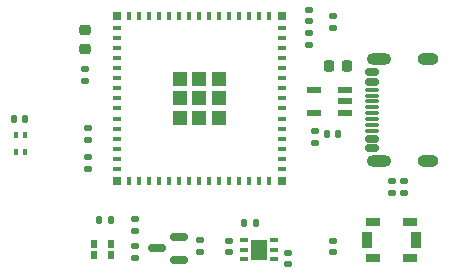
<source format=gbr>
%TF.GenerationSoftware,KiCad,Pcbnew,8.0.7*%
%TF.CreationDate,2025-10-25T23:35:46+02:00*%
%TF.ProjectId,VOCaware,564f4361-7761-4726-952e-6b696361645f,v1.0*%
%TF.SameCoordinates,Original*%
%TF.FileFunction,Paste,Top*%
%TF.FilePolarity,Positive*%
%FSLAX46Y46*%
G04 Gerber Fmt 4.6, Leading zero omitted, Abs format (unit mm)*
G04 Created by KiCad (PCBNEW 8.0.7) date 2025-10-25 23:35:46*
%MOMM*%
%LPD*%
G01*
G04 APERTURE LIST*
G04 Aperture macros list*
%AMRoundRect*
0 Rectangle with rounded corners*
0 $1 Rounding radius*
0 $2 $3 $4 $5 $6 $7 $8 $9 X,Y pos of 4 corners*
0 Add a 4 corners polygon primitive as box body*
4,1,4,$2,$3,$4,$5,$6,$7,$8,$9,$2,$3,0*
0 Add four circle primitives for the rounded corners*
1,1,$1+$1,$2,$3*
1,1,$1+$1,$4,$5*
1,1,$1+$1,$6,$7*
1,1,$1+$1,$8,$9*
0 Add four rect primitives between the rounded corners*
20,1,$1+$1,$2,$3,$4,$5,0*
20,1,$1+$1,$4,$5,$6,$7,0*
20,1,$1+$1,$6,$7,$8,$9,0*
20,1,$1+$1,$8,$9,$2,$3,0*%
G04 Aperture macros list end*
%ADD10RoundRect,0.140000X-0.170000X0.140000X-0.170000X-0.140000X0.170000X-0.140000X0.170000X0.140000X0*%
%ADD11RoundRect,0.140000X0.140000X0.170000X-0.140000X0.170000X-0.140000X-0.170000X0.140000X-0.170000X0*%
%ADD12RoundRect,0.135000X0.185000X-0.135000X0.185000X0.135000X-0.185000X0.135000X-0.185000X-0.135000X0*%
%ADD13RoundRect,0.140000X-0.140000X-0.170000X0.140000X-0.170000X0.140000X0.170000X-0.140000X0.170000X0*%
%ADD14RoundRect,0.135000X0.135000X0.185000X-0.135000X0.185000X-0.135000X-0.185000X0.135000X-0.185000X0*%
%ADD15RoundRect,0.150000X0.587500X0.150000X-0.587500X0.150000X-0.587500X-0.150000X0.587500X-0.150000X0*%
%ADD16R,0.750000X0.450000*%
%ADD17R,1.350000X1.740000*%
%ADD18RoundRect,0.225000X0.250000X-0.225000X0.250000X0.225000X-0.250000X0.225000X-0.250000X-0.225000X0*%
%ADD19RoundRect,0.135000X-0.185000X0.135000X-0.185000X-0.135000X0.185000X-0.135000X0.185000X0.135000X0*%
%ADD20RoundRect,0.150000X0.425000X-0.150000X0.425000X0.150000X-0.425000X0.150000X-0.425000X-0.150000X0*%
%ADD21RoundRect,0.075000X0.500000X-0.075000X0.500000X0.075000X-0.500000X0.075000X-0.500000X-0.075000X0*%
%ADD22O,2.100000X1.000000*%
%ADD23O,1.800000X1.000000*%
%ADD24R,1.150000X0.600000*%
%ADD25R,0.950000X1.400000*%
%ADD26R,1.150000X0.750000*%
%ADD27RoundRect,0.140000X0.170000X-0.140000X0.170000X0.140000X-0.170000X0.140000X-0.170000X-0.140000X0*%
%ADD28R,0.800000X0.400000*%
%ADD29R,0.400000X0.800000*%
%ADD30R,1.200000X1.200000*%
%ADD31R,0.800000X0.800000*%
%ADD32R,0.600000X0.700000*%
%ADD33RoundRect,0.218750X-0.218750X-0.256250X0.218750X-0.256250X0.218750X0.256250X-0.218750X0.256250X0*%
%ADD34R,0.300000X0.500000*%
G04 APERTURE END LIST*
D10*
%TO.C,C6*%
X121230000Y-72270000D03*
X121230000Y-73230000D03*
%TD*%
D11*
%TO.C,C10*%
X95210000Y-61980000D03*
X94250000Y-61980000D03*
%TD*%
D12*
%TO.C,R1*%
X126230000Y-68230000D03*
X126230000Y-67210000D03*
%TD*%
%TO.C,R7*%
X119230000Y-55740000D03*
X119230000Y-54720000D03*
%TD*%
D13*
%TO.C,C4*%
X120750000Y-63230000D03*
X121710000Y-63230000D03*
%TD*%
D12*
%TO.C,R3*%
X100480000Y-66240000D03*
X100480000Y-65220000D03*
%TD*%
D14*
%TO.C,R8*%
X114740000Y-70780000D03*
X113720000Y-70780000D03*
%TD*%
D10*
%TO.C,C9*%
X117480000Y-73300000D03*
X117480000Y-74260000D03*
%TD*%
D12*
%TO.C,R9*%
X104480000Y-71490000D03*
X104480000Y-70470000D03*
%TD*%
D15*
%TO.C,Q1*%
X108230000Y-73880000D03*
X108230000Y-71980000D03*
X106355000Y-72930000D03*
%TD*%
D16*
%TO.C,IC3*%
X113730000Y-72230000D03*
X113730000Y-73030000D03*
X113730000Y-73830000D03*
X116230000Y-73830000D03*
X116230000Y-73030000D03*
X116230000Y-72230000D03*
D17*
X114980000Y-73030000D03*
%TD*%
D12*
%TO.C,R2*%
X127230000Y-68230000D03*
X127230000Y-67210000D03*
%TD*%
D10*
%TO.C,C5*%
X119730000Y-63020000D03*
X119730000Y-63980000D03*
%TD*%
D18*
%TO.C,C1*%
X100230000Y-56005000D03*
X100230000Y-54455000D03*
%TD*%
D19*
%TO.C,R5*%
X100480000Y-62720000D03*
X100480000Y-63740000D03*
%TD*%
%TO.C,R11*%
X104480000Y-72720000D03*
X104480000Y-73740000D03*
%TD*%
D10*
%TO.C,C8*%
X112480000Y-72300000D03*
X112480000Y-73260000D03*
%TD*%
D20*
%TO.C,J1*%
X124550000Y-64430000D03*
X124550000Y-63630000D03*
D21*
X124550000Y-62480000D03*
X124550000Y-61480000D03*
X124550000Y-60980000D03*
X124550000Y-59980000D03*
D20*
X124550000Y-58830000D03*
X124550000Y-58030000D03*
X124550000Y-58030000D03*
X124550000Y-58830000D03*
D21*
X124550000Y-59480000D03*
X124550000Y-60480000D03*
X124550000Y-61980000D03*
X124550000Y-62980000D03*
D20*
X124550000Y-63630000D03*
X124550000Y-64430000D03*
D22*
X125125000Y-65550000D03*
D23*
X129305000Y-65550000D03*
D22*
X125125000Y-56910000D03*
D23*
X129305000Y-56910000D03*
%TD*%
D24*
%TO.C,IC2*%
X122280000Y-61430000D03*
X122280000Y-60480000D03*
X122280000Y-59530000D03*
X119680000Y-59530000D03*
X119680000Y-61430000D03*
%TD*%
D25*
%TO.C,RST   .*%
X128305000Y-72230000D03*
X124155000Y-72230000D03*
D26*
X127805000Y-70705000D03*
X124655000Y-70705000D03*
X124655000Y-73755000D03*
X127805000Y-73755000D03*
%TD*%
D10*
%TO.C,C2*%
X100230000Y-57750000D03*
X100230000Y-58710000D03*
%TD*%
D12*
%TO.C,R10*%
X109980000Y-73240000D03*
X109980000Y-72220000D03*
%TD*%
D27*
%TO.C,C3*%
X119230000Y-53710000D03*
X119230000Y-52750000D03*
%TD*%
%TO.C,C7*%
X121230000Y-54230000D03*
X121230000Y-53270000D03*
%TD*%
D28*
%TO.C,IC1*%
X102930000Y-54280000D03*
X102930000Y-55130000D03*
X102930000Y-55980000D03*
X102930000Y-56830000D03*
X102930000Y-57680000D03*
X102930000Y-58530000D03*
X102930000Y-59380000D03*
X102930000Y-60230000D03*
X102930000Y-61080000D03*
X102930000Y-61930000D03*
X102930000Y-62780000D03*
X102930000Y-63630000D03*
X102930000Y-64480000D03*
X102930000Y-65330000D03*
X102930000Y-66180000D03*
D29*
X103980000Y-67230000D03*
X104830000Y-67230000D03*
X105680000Y-67230000D03*
X106530000Y-67230000D03*
X107380000Y-67230000D03*
X108230000Y-67230000D03*
X109080000Y-67230000D03*
X109930000Y-67230000D03*
X110780000Y-67230000D03*
X111630000Y-67230000D03*
X112480000Y-67230000D03*
X113330000Y-67230000D03*
X114180000Y-67230000D03*
X115030000Y-67230000D03*
X115880000Y-67230000D03*
D28*
X116930000Y-66180000D03*
X116930000Y-65330000D03*
X116930000Y-64480000D03*
X116930000Y-63630000D03*
X116930000Y-62780000D03*
X116930000Y-61930000D03*
X116930000Y-61080000D03*
X116930000Y-60230000D03*
X116930000Y-59380000D03*
X116930000Y-58530000D03*
X116930000Y-57680000D03*
X116930000Y-56830000D03*
X116930000Y-55980000D03*
X116930000Y-55130000D03*
X116930000Y-54280000D03*
D29*
X115880000Y-53230000D03*
X115030000Y-53230000D03*
X114180000Y-53230000D03*
X113330000Y-53230000D03*
X112480000Y-53230000D03*
X111630000Y-53230000D03*
X110780000Y-53230000D03*
X109930000Y-53230000D03*
X109080000Y-53230000D03*
X108230000Y-53230000D03*
X107380000Y-53230000D03*
X106530000Y-53230000D03*
X105680000Y-53230000D03*
X104830000Y-53230000D03*
X103980000Y-53230000D03*
D30*
X109930000Y-60230000D03*
D31*
X102930000Y-53230000D03*
X102930000Y-67230000D03*
X116930000Y-67230000D03*
X116930000Y-53230000D03*
D30*
X108280000Y-58580000D03*
X108280000Y-60230000D03*
X108280000Y-61880000D03*
X109930000Y-61880000D03*
X111580000Y-61880000D03*
X111580000Y-60230000D03*
X111580000Y-58580000D03*
X109930000Y-58580000D03*
%TD*%
D32*
%TO.C,LED1*%
X102480000Y-72580000D03*
X100980000Y-72580000D03*
X100980000Y-73480000D03*
X102480000Y-73480000D03*
%TD*%
D11*
%TO.C,C11*%
X102440000Y-70480000D03*
X101480000Y-70480000D03*
%TD*%
D33*
%TO.C,F1*%
X120905000Y-57480000D03*
X122480000Y-57480000D03*
%TD*%
D34*
%TO.C,U1*%
X94380000Y-64730000D03*
X95180000Y-64730000D03*
X95180000Y-63330000D03*
X94380000Y-63330000D03*
%TD*%
M02*

</source>
